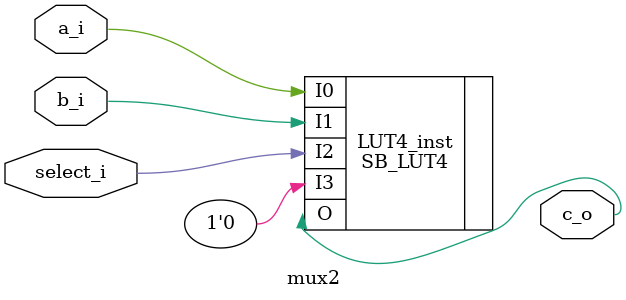
<source format=sv>

module mux2
  (input [0:0] a_i
  ,input [0:0] b_i
  ,input [0:0] select_i
  ,output [0:0] c_o);

    // Your code here:
  SB_LUT4 
  #(.LUT_INIT(16'b0000_0000_1100_1010))
  LUT4_inst
  (.O(c_o)
  ,.I0(a_i)
  ,.I1(b_i)
  ,.I2(select_i)
  ,.I3(1'b0)
  );

endmodule

</source>
